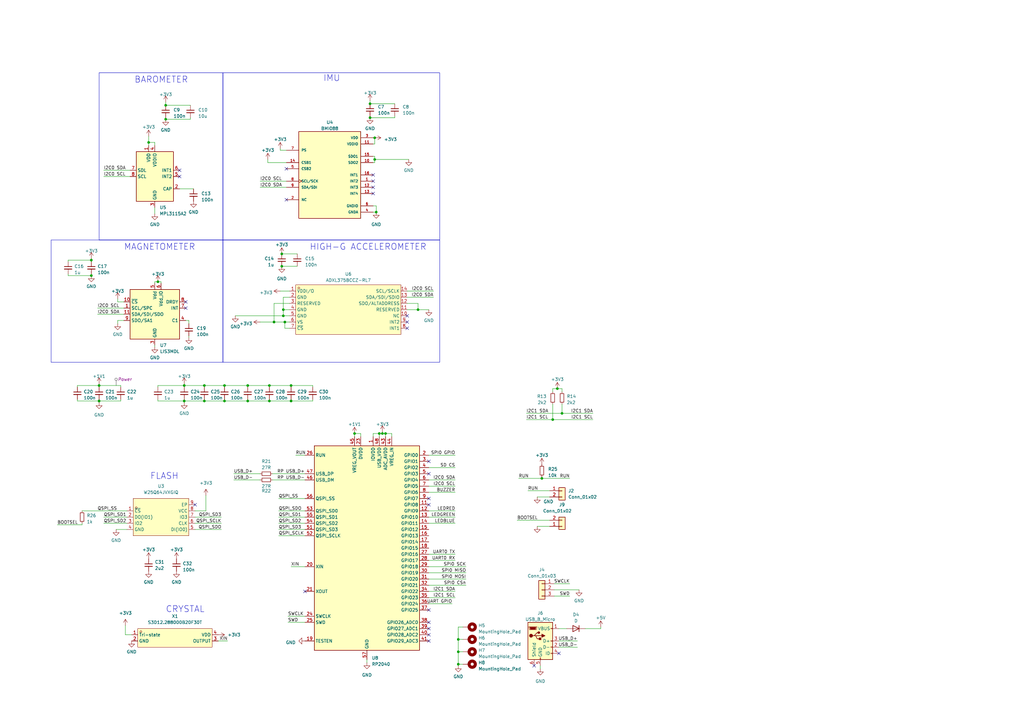
<source format=kicad_sch>
(kicad_sch (version 20230121) (generator eeschema)
  (paper "A3")
  (junction (at 115.57 109.22))
  (junction (at 145.415 177.8))
  (junction (at 37.465 106.68))
  (junction (at 112.395 132.08))
  (junction (at 40.64 158.115))
  (junction (at 60.96 58.42))
  (junction (at 226.695 172.085))
  (junction (at 187.96 267.335))
  (junction (at 101.6 158.115))
  (junction (at 151.765 42.545))
  (junction (at 75.565 164.465))
  (junction (at 67.945 48.895))
  (junction (at 92.075 158.115))
  (junction (at 230.505 169.545))
  (junction (at 75.565 158.115))
  (junction (at 187.96 262.255))
  (junction (at 83.82 158.115))
  (junction (at 153.67 56.515))
  (junction (at 158.115 177.8))
  (junction (at 115.57 104.14))
  (junction (at 151.765 48.26))
  (junction (at 119.38 158.115))
  (junction (at 187.96 272.415))
  (junction (at 67.945 43.18))
  (junction (at 119.38 164.465))
  (junction (at 37.465 113.03))
  (junction (at 228.6 159.385))
  (junction (at 110.49 158.115))
  (junction (at 101.6 164.465))
  (junction (at 92.075 164.465))
  (junction (at 171.45 127))
  (junction (at 153.67 65.405))
  (junction (at 156.845 177.8))
  (junction (at 222.25 196.215))
  (junction (at 155.575 177.8))
  (junction (at 83.82 164.465))
  (junction (at 154.305 86.995))
  (junction (at 116.205 129.54))
  (junction (at 110.49 164.465))
  (junction (at 116.205 127))
  (junction (at 40.64 164.465))
  (junction (at 116.84 132.08))
  (junction (at 64.77 115.57))
  (no_connect (at 175.895 262.89))
  (no_connect (at 117.475 69.215))
  (no_connect (at 153.035 76.835))
  (no_connect (at 153.035 74.295))
  (no_connect (at 73.66 72.39))
  (no_connect (at 125.095 242.57))
  (no_connect (at 80.01 207.01))
  (no_connect (at 167.005 134.62))
  (no_connect (at 175.895 204.47))
  (no_connect (at 175.895 257.81))
  (no_connect (at 117.475 81.915))
  (no_connect (at 175.895 250.19))
  (no_connect (at 175.895 207.01))
  (no_connect (at 229.235 267.97))
  (no_connect (at 175.895 194.31))
  (no_connect (at 153.035 71.755))
  (no_connect (at 76.2 123.825))
  (no_connect (at 219.075 273.05))
  (no_connect (at 76.2 126.365))
  (no_connect (at 175.895 189.23))
  (no_connect (at 175.895 260.35))
  (no_connect (at 175.895 255.27))
  (no_connect (at 153.035 79.375))
  (no_connect (at 167.005 132.08))
  (no_connect (at 73.66 69.85))
  (no_connect (at 167.005 129.54))
  (wire (pts (xy 117.475 76.835) (xy 106.68 76.835)))
  (wire (pts (xy 27.94 106.68) (xy 27.94 107.315)))
  (wire (pts (xy 40.64 157.48) (xy 40.64 158.115)))
  (wire (pts (xy 66.04 115.57) (xy 66.04 116.205)))
  (wire (pts (xy 121.285 186.69) (xy 125.095 186.69)))
  (wire (pts (xy 175.895 199.39) (xy 186.69 199.39)))
  (wire (pts (xy 116.84 134.62) (xy 116.84 132.08)))
  (wire (pts (xy 175.895 212.09) (xy 186.69 212.09)))
  (wire (pts (xy 37.465 106.045) (xy 37.465 106.68)))
  (wire (pts (xy 116.205 129.54) (xy 118.745 129.54)))
  (wire (pts (xy 51.435 260.35) (xy 53.975 260.35)))
  (wire (pts (xy 114.3 209.55) (xy 125.095 209.55)))
  (wire (pts (xy 119.38 164.465) (xy 128.27 164.465)))
  (wire (pts (xy 23.495 215.265) (xy 33.655 215.265)))
  (wire (pts (xy 114.3 219.71) (xy 125.095 219.71)))
  (wire (pts (xy 84.455 203.2) (xy 84.455 209.55)))
  (wire (pts (xy 111.76 196.85) (xy 125.095 196.85)))
  (wire (pts (xy 175.895 186.69) (xy 186.69 186.69)))
  (wire (pts (xy 175.895 196.85) (xy 186.69 196.85)))
  (wire (pts (xy 125.095 232.41) (xy 119.38 232.41)))
  (wire (pts (xy 37.465 106.68) (xy 37.465 107.315)))
  (wire (pts (xy 187.96 257.175) (xy 189.865 257.175)))
  (wire (pts (xy 128.27 158.115) (xy 128.27 158.75)))
  (wire (pts (xy 48.26 122.555) (xy 48.26 123.825)))
  (wire (pts (xy 226.695 159.385) (xy 228.6 159.385)))
  (wire (pts (xy 53.34 69.85) (xy 42.545 69.85)))
  (wire (pts (xy 83.82 164.465) (xy 92.075 164.465)))
  (wire (pts (xy 114.3 214.63) (xy 125.095 214.63)))
  (wire (pts (xy 110.49 164.465) (xy 119.38 164.465)))
  (wire (pts (xy 175.895 214.63) (xy 186.69 214.63)))
  (wire (pts (xy 50.8 126.365) (xy 40.005 126.365)))
  (wire (pts (xy 187.96 262.255) (xy 189.865 262.255)))
  (wire (pts (xy 229.235 262.89) (xy 236.855 262.89)))
  (wire (pts (xy 175.895 209.55) (xy 186.69 209.55)))
  (wire (pts (xy 171.45 127) (xy 171.45 124.46)))
  (wire (pts (xy 229.235 265.43) (xy 236.855 265.43)))
  (wire (pts (xy 118.745 127) (xy 116.205 127)))
  (wire (pts (xy 33.655 209.55) (xy 52.07 209.55)))
  (wire (pts (xy 83.82 158.115) (xy 92.075 158.115)))
  (wire (pts (xy 118.745 124.46) (xy 112.395 124.46)))
  (wire (pts (xy 67.945 43.18) (xy 78.105 43.18)))
  (wire (pts (xy 78.105 48.26) (xy 78.105 48.895)))
  (wire (pts (xy 121.92 104.14) (xy 115.57 104.14)))
  (wire (pts (xy 118.11 255.27) (xy 125.095 255.27)))
  (wire (pts (xy 112.395 124.46) (xy 112.395 132.08)))
  (wire (pts (xy 42.545 214.63) (xy 52.07 214.63)))
  (wire (pts (xy 222.25 196.215) (xy 233.68 196.215)))
  (wire (pts (xy 175.895 232.41) (xy 191.135 232.41)))
  (wire (pts (xy 48.26 132.715) (xy 48.26 131.445)))
  (wire (pts (xy 60.96 58.42) (xy 60.96 59.69)))
  (wire (pts (xy 118.745 121.92) (xy 116.205 121.92)))
  (wire (pts (xy 155.575 177.8) (xy 155.575 179.07)))
  (wire (pts (xy 215.9 169.545) (xy 230.505 169.545)))
  (wire (pts (xy 226.695 172.085) (xy 243.205 172.085)))
  (wire (pts (xy 160.655 177.8) (xy 160.655 179.07)))
  (wire (pts (xy 175.895 242.57) (xy 186.69 242.57)))
  (wire (pts (xy 156.845 177.8) (xy 158.115 177.8)))
  (wire (pts (xy 153.035 179.07) (xy 153.035 177.8)))
  (wire (pts (xy 230.505 169.545) (xy 243.205 169.545)))
  (wire (pts (xy 153.035 56.515) (xy 153.67 56.515)))
  (wire (pts (xy 95.885 194.31) (xy 106.68 194.31)))
  (wire (pts (xy 67.945 48.895) (xy 78.105 48.895)))
  (wire (pts (xy 101.6 164.465) (xy 101.6 163.83)))
  (wire (pts (xy 226.695 165.735) (xy 226.695 172.085)))
  (wire (pts (xy 64.77 115.57) (xy 63.5 115.57)))
  (wire (pts (xy 114.935 119.38) (xy 118.745 119.38)))
  (wire (pts (xy 175.895 245.11) (xy 186.69 245.11)))
  (wire (pts (xy 175.895 229.87) (xy 186.69 229.87)))
  (wire (pts (xy 75.565 164.465) (xy 75.565 163.83)))
  (wire (pts (xy 37.465 112.395) (xy 37.465 113.03)))
  (wire (pts (xy 75.565 158.115) (xy 83.82 158.115)))
  (wire (pts (xy 51.435 256.54) (xy 51.435 260.35)))
  (wire (pts (xy 40.64 158.115) (xy 40.64 158.75)))
  (wire (pts (xy 230.505 159.385) (xy 230.505 160.655)))
  (wire (pts (xy 145.415 177.8) (xy 145.415 179.07)))
  (wire (pts (xy 106.68 132.08) (xy 112.395 132.08)))
  (wire (pts (xy 118.11 252.73) (xy 125.095 252.73)))
  (wire (pts (xy 96.52 129.54) (xy 116.205 129.54)))
  (wire (pts (xy 67.945 41.91) (xy 67.945 43.18)))
  (wire (pts (xy 114.3 217.17) (xy 125.095 217.17)))
  (wire (pts (xy 151.765 41.275) (xy 151.765 42.545)))
  (wire (pts (xy 145.415 177.8) (xy 147.955 177.8)))
  (wire (pts (xy 31.75 164.465) (xy 31.75 163.83)))
  (wire (pts (xy 111.76 194.31) (xy 125.095 194.31)))
  (wire (pts (xy 153.035 84.455) (xy 154.305 84.455)))
  (wire (pts (xy 50.8 128.905) (xy 40.005 128.905)))
  (wire (pts (xy 53.34 72.39) (xy 42.545 72.39)))
  (wire (pts (xy 64.77 158.115) (xy 75.565 158.115)))
  (wire (pts (xy 153.035 66.675) (xy 153.67 66.675)))
  (wire (pts (xy 116.205 121.92) (xy 116.205 127)))
  (wire (pts (xy 42.545 212.09) (xy 52.07 212.09)))
  (wire (pts (xy 171.45 127) (xy 175.895 127)))
  (wire (pts (xy 64.77 158.115) (xy 64.77 158.75)))
  (wire (pts (xy 31.75 164.465) (xy 40.64 164.465)))
  (wire (pts (xy 151.765 48.26) (xy 161.925 48.26)))
  (wire (pts (xy 225.425 215.9) (xy 220.345 215.9)))
  (wire (pts (xy 119.38 164.465) (xy 119.38 163.83)))
  (wire (pts (xy 93.345 262.89) (xy 89.535 262.89)))
  (wire (pts (xy 37.465 113.03) (xy 27.94 113.03)))
  (wire (pts (xy 119.38 158.115) (xy 128.27 158.115)))
  (wire (pts (xy 153.035 59.055) (xy 153.67 59.055)))
  (wire (pts (xy 60.96 55.88) (xy 60.96 58.42)))
  (wire (pts (xy 49.53 158.115) (xy 49.53 158.75)))
  (wire (pts (xy 153.035 64.135) (xy 153.67 64.135)))
  (wire (pts (xy 187.96 262.255) (xy 187.96 257.175)))
  (wire (pts (xy 156.845 177.165) (xy 156.845 177.8)))
  (wire (pts (xy 80.01 217.17) (xy 90.805 217.17)))
  (wire (pts (xy 116.84 132.08) (xy 118.745 132.08)))
  (wire (pts (xy 92.075 164.465) (xy 101.6 164.465)))
  (wire (pts (xy 40.64 158.115) (xy 49.53 158.115)))
  (wire (pts (xy 75.565 157.48) (xy 75.565 158.115)))
  (wire (pts (xy 246.38 257.81) (xy 240.03 257.81)))
  (wire (pts (xy 246.38 257.81) (xy 246.38 257.175)))
  (wire (pts (xy 49.53 164.465) (xy 49.53 163.83)))
  (wire (pts (xy 101.6 158.115) (xy 101.6 158.75)))
  (wire (pts (xy 40.64 164.465) (xy 40.64 163.83)))
  (wire (pts (xy 153.67 65.405) (xy 153.67 66.675)))
  (wire (pts (xy 109.855 65.405) (xy 109.855 66.675)))
  (wire (pts (xy 227.33 241.935) (xy 237.49 241.935)))
  (wire (pts (xy 228.6 159.385) (xy 230.505 159.385)))
  (wire (pts (xy 116.205 127) (xy 116.205 129.54)))
  (wire (pts (xy 31.75 158.115) (xy 40.64 158.115)))
  (wire (pts (xy 84.455 209.55) (xy 80.01 209.55)))
  (wire (pts (xy 167.005 119.38) (xy 177.8 119.38)))
  (wire (pts (xy 158.115 177.8) (xy 158.115 179.07)))
  (wire (pts (xy 33.655 215.265) (xy 33.655 214.63)))
  (wire (pts (xy 27.94 106.68) (xy 37.465 106.68)))
  (wire (pts (xy 155.575 177.8) (xy 156.845 177.8)))
  (wire (pts (xy 167.64 65.405) (xy 153.67 65.405)))
  (wire (pts (xy 158.115 177.8) (xy 160.655 177.8)))
  (wire (pts (xy 187.96 267.335) (xy 189.865 267.335)))
  (wire (pts (xy 119.38 158.115) (xy 119.38 158.75)))
  (wire (pts (xy 187.96 272.415) (xy 189.865 272.415)))
  (wire (pts (xy 73.66 77.47) (xy 79.375 77.47)))
  (wire (pts (xy 31.75 158.115) (xy 31.75 158.75)))
  (wire (pts (xy 117.475 74.295) (xy 106.68 74.295)))
  (wire (pts (xy 109.855 66.675) (xy 117.475 66.675)))
  (wire (pts (xy 114.3 204.47) (xy 125.095 204.47)))
  (wire (pts (xy 150.495 271.78) (xy 150.495 270.51)))
  (wire (pts (xy 227.33 244.475) (xy 233.68 244.475)))
  (wire (pts (xy 80.01 214.63) (xy 90.805 214.63)))
  (wire (pts (xy 27.94 112.395) (xy 27.94 113.03)))
  (wire (pts (xy 77.47 131.445) (xy 77.47 132.715)))
  (wire (pts (xy 227.33 239.395) (xy 233.68 239.395)))
  (wire (pts (xy 151.765 42.545) (xy 161.925 42.545)))
  (wire (pts (xy 114.935 61.595) (xy 114.935 60.96)))
  (wire (pts (xy 63.5 115.57) (xy 63.5 116.205)))
  (wire (pts (xy 114.3 212.09) (xy 125.095 212.09)))
  (wire (pts (xy 225.425 213.36) (xy 212.09 213.36)))
  (wire (pts (xy 161.925 47.625) (xy 161.925 48.26)))
  (wire (pts (xy 153.035 86.995) (xy 154.305 86.995)))
  (wire (pts (xy 187.96 273.05) (xy 187.96 272.415)))
  (wire (pts (xy 216.535 201.295) (xy 225.425 201.295)))
  (wire (pts (xy 95.885 196.85) (xy 106.68 196.85)))
  (wire (pts (xy 40.64 164.465) (xy 49.53 164.465)))
  (wire (pts (xy 114.935 61.595) (xy 117.475 61.595)))
  (wire (pts (xy 112.395 132.08) (xy 116.84 132.08)))
  (wire (pts (xy 226.695 159.385) (xy 226.695 160.655)))
  (wire (pts (xy 187.96 272.415) (xy 187.96 267.335)))
  (wire (pts (xy 153.67 64.135) (xy 153.67 65.405)))
  (wire (pts (xy 77.47 137.795) (xy 77.47 138.43)))
  (wire (pts (xy 63.5 58.42) (xy 60.96 58.42)))
  (wire (pts (xy 110.49 158.115) (xy 110.49 158.75)))
  (wire (pts (xy 64.77 164.465) (xy 64.77 163.83)))
  (wire (pts (xy 187.96 267.335) (xy 187.96 262.255)))
  (wire (pts (xy 63.5 141.605) (xy 63.5 142.24)))
  (wire (pts (xy 167.005 124.46) (xy 171.45 124.46)))
  (wire (pts (xy 48.26 131.445) (xy 50.8 131.445)))
  (wire (pts (xy 147.955 177.8) (xy 147.955 179.07)))
  (wire (pts (xy 92.075 164.465) (xy 92.075 163.83)))
  (wire (pts (xy 92.075 158.115) (xy 92.075 158.75)))
  (wire (pts (xy 76.2 131.445) (xy 77.47 131.445)))
  (wire (pts (xy 63.5 59.69) (xy 63.5 58.42)))
  (wire (pts (xy 110.49 158.115) (xy 119.38 158.115)))
  (wire (pts (xy 221.615 273.05) (xy 221.615 274.32)))
  (wire (pts (xy 40.64 164.465) (xy 40.64 165.1)))
  (wire (pts (xy 75.565 158.115) (xy 75.565 158.75)))
  (wire (pts (xy 222.25 195.58) (xy 222.25 196.215)))
  (wire (pts (xy 175.895 227.33) (xy 186.69 227.33)))
  (wire (pts (xy 75.565 164.465) (xy 75.565 165.1)))
  (wire (pts (xy 110.49 164.465) (xy 110.49 163.83)))
  (wire (pts (xy 67.945 48.26) (xy 67.945 48.895)))
  (wire (pts (xy 118.745 134.62) (xy 116.84 134.62)))
  (wire (pts (xy 175.895 234.95) (xy 191.135 234.95)))
  (wire (pts (xy 128.27 164.465) (xy 128.27 163.83)))
  (wire (pts (xy 63.5 87.63) (xy 63.5 85.09)))
  (wire (pts (xy 47.625 217.17) (xy 52.07 217.17)))
  (wire (pts (xy 153.67 59.055) (xy 153.67 56.515)))
  (wire (pts (xy 175.895 201.93) (xy 186.69 201.93)))
  (wire (pts (xy 175.895 240.03) (xy 191.135 240.03)))
  (wire (pts (xy 154.305 84.455) (xy 154.305 86.995)))
  (wire (pts (xy 229.235 257.81) (xy 232.41 257.81)))
  (wire (pts (xy 83.82 158.115) (xy 83.82 158.75)))
  (wire (pts (xy 92.075 158.115) (xy 101.6 158.115)))
  (wire (pts (xy 48.26 123.825) (xy 50.8 123.825)))
  (wire (pts (xy 215.9 172.085) (xy 226.695 172.085)))
  (wire (pts (xy 220.345 203.835) (xy 225.425 203.835)))
  (wire (pts (xy 167.005 121.92) (xy 177.8 121.92)))
  (wire (pts (xy 153.035 177.8) (xy 155.575 177.8)))
  (wire (pts (xy 151.765 47.625) (xy 151.765 48.26)))
  (wire (pts (xy 167.005 127) (xy 171.45 127)))
  (wire (pts (xy 101.6 164.465) (xy 110.49 164.465)))
  (wire (pts (xy 75.565 164.465) (xy 64.77 164.465)))
  (wire (pts (xy 121.92 109.22) (xy 115.57 109.22)))
  (wire (pts (xy 185.42 247.65) (xy 175.895 247.65)))
  (wire (pts (xy 230.505 165.735) (xy 230.505 169.545)))
  (wire (pts (xy 83.82 164.465) (xy 83.82 163.83)))
  (wire (pts (xy 75.565 164.465) (xy 83.82 164.465)))
  (wire (pts (xy 80.01 212.09) (xy 90.805 212.09)))
  (wire (pts (xy 186.69 191.77) (xy 175.895 191.77)))
  (wire (pts (xy 212.725 196.215) (xy 222.25 196.215)))
  (wire (pts (xy 101.6 158.115) (xy 110.49 158.115)))
  (wire (pts (xy 191.135 237.49) (xy 175.895 237.49)))
  (wire (pts (xy 64.77 115.57) (xy 66.04 115.57)))
  (rectangle (start 91.44 29.845) (end 180.34 98.425))
  (rectangle (start 91.44 98.425) (end 180.34 148.59))
  (rectangle (start 20.955 98.425) (end 91.44 148.59))
  (rectangle (start 40.64 29.845) (end 91.44 98.425))
  (text "HIGH-G ACCELEROMETER" (at 127 102.87 0) (effects (font (size 2.54 2.54)) (justify left bottom)))
  (text "CRYSTAL" (at 67.945 251.46 0) (effects (font (size 2.54 2.54)) (justify left bottom)))
  (text "FLASH" (at 61.595 196.85 0) (effects (font (size 2.54 2.54)) (justify left bottom)))
  (text "IMU" (at 132.574 33.6463 0) (effects (font (size 2.54 2.54)) (justify left bottom)))
  (text "MAGNETOMETER" (at 50.8 102.87 0) (effects (font (size 2.54 2.54)) (justify left bottom)))
  (text "BAROMETER" (at 55.104 34.2813 0) (effects (font (size 2.54 2.54)) (justify left bottom)))
  (label "I2C0 SCL" (at 177.8 119.38 180))
  (label "QSPI_SD1" (at 114.3 212.09 0))
  (label "SD CS" (at 186.69 191.77 180))
  (label "SPI0 SCK" (at 191.135 232.41 180))
  (label "I2C0 SDA" (at 177.8 121.92 180))
  (label "I2C1 SDA" (at 186.69 242.57 180))
  (label "SWD" (at 233.68 244.475 180))
  (label "I2C1 SDA" (at 243.205 169.545 180))
  (label "USB_D-" (at 236.855 265.43 180))
  (label "I2C1 SCL" (at 186.69 245.11 180))
  (label "I2C0 SCL" (at 186.69 199.39 180))
  (label "QSPI_SDO" (at 90.805 217.17 180))
  (label "RUN" (at 233.68 196.215 180))
  (label "RP USB_D-" (at 113.665 196.85 0))
  (label "QSPI_SD2" (at 42.545 214.63 0))
  (label "SWCLK" (at 233.68 239.395 180))
  (label "SWCLK" (at 118.11 252.73 0))
  (label "UART GPIO" (at 185.42 247.65 180))
  (label "BOOTSEL" (at 23.495 215.265 0))
  (label "XIN" (at 93.345 262.89 180))
  (label "QSPI_SS" (at 40.005 209.55 0))
  (label "RUN" (at 216.535 201.295 0))
  (label "SPI0 MOSI" (at 191.135 237.49 180))
  (label "RUN" (at 212.725 196.215 0))
  (label "I2C0 SCL" (at 40.005 126.365 0))
  (label "SPI0 CSn" (at 191.135 240.03 180))
  (label "I2C0 SDA" (at 40.005 128.905 0))
  (label "QSPI_SCLK" (at 90.805 214.63 180))
  (label "I2C1 SCL" (at 243.205 172.085 180))
  (label "LEDBLUE" (at 186.69 214.63 180))
  (label "I2C0 SDA" (at 106.68 76.835 0))
  (label "XIN" (at 119.38 232.41 0))
  (label "QSPI_SD1" (at 42.545 212.09 0))
  (label "I2C0 SCL" (at 42.545 72.39 0))
  (label "I2C0 SDA" (at 186.69 196.85 180))
  (label "SPI0 MISO" (at 191.135 234.95 180))
  (label "UART0 TX" (at 186.69 227.33 180))
  (label "RP USB_D+" (at 113.665 194.31 0))
  (label "SWD" (at 118.11 255.27 0))
  (label "I2C1 SDA" (at 215.9 169.545 0))
  (label "LEDGREEN" (at 186.69 212.09 180))
  (label "BOOTSEL" (at 212.09 213.36 0))
  (label "QSPI_SS" (at 114.3 204.47 0))
  (label "I2C1 SCL" (at 215.9 172.085 0))
  (label "QSPI_SCLK" (at 114.3 219.71 0))
  (label "QSPI_SDO" (at 114.3 209.55 0))
  (label "USB_D+" (at 95.885 194.31 0))
  (label "LEDRED" (at 186.69 209.55 180))
  (label "USB_D+" (at 236.855 262.89 180))
  (label "I2C0 SDA" (at 42.545 69.85 0))
  (label "RUN" (at 121.285 186.69 0))
  (label "SPI0 GPIO" (at 186.69 186.69 180))
  (label "USB_D-" (at 95.885 196.85 0))
  (label "QSPI_SD2" (at 114.3 214.63 0))
  (label "I2C0 SCL" (at 106.68 74.295 0))
  (label "BUZZER" (at 186.69 201.93 180))
  (label "QSPI_SD3" (at 114.3 217.17 0))
  (label "UART0 RX" (at 186.69 229.87 180))
  (label "QSPI_SD3" (at 90.805 212.09 180))
  (netclass_flag "" (length 2.54) (shape round) (at 47.625 158.115 0) (property "Netclass" "Power" (at 48.3235 155.575 0) (effects (font italic) (justify left))))
  (symbol (lib_id "power:+3V3") (at 106.68 132.08 90) (unit 1)
    (property "Reference" "#PWR047" (effects hide))
    (property "Value" "+3V3" (at 103.505 132.715 90) (effects (justify left)))
    (instances (project "Lyrav3" (path "" (reference "#PWR047") (unit 1)) (path "" (reference "#PWR054") (unit 1))))
  )
  (symbol (lib_id "Device:C_Small") (at 77.47 135.255 0) (unit 1)
    (property "Reference" "C19" (at 80.645 134.6263 0) (effects (justify left)))
    (property "Value" "100n" (at 80.645 137.1663 0) (effects (justify left)))
    (property "Footprint" "Capacitor_SMD:C_0402_1005Metric" (effects hide))
    (instances (project "Lyrav3" (path "" (reference "C19") (unit 1)) (path "" (reference "C19") (unit 1))) (project "Lyra V2" (path "" (reference "C12") (unit 1))))
  )
  (symbol (lib_id "Device:C_Small") (at 92.075 161.29 0) (unit 1)
    (property "Reference" "C26" (at 94.615 160.6613 0) (effects (justify left)))
    (property "Value" "100n" (at 94.615 163.195 0) (effects (justify left)))
    (property "Footprint" "Capacitor_SMD:C_0402_1005Metric" (effects hide))
    (instances (project "Lyrav3" (path "" (reference "C26") (unit 1)) (path "" (reference "C23") (unit 1))) (project "Lyra V2" (path "" (reference "C24") (unit 1))))
  )
  (symbol (lib_id "power:+3V3") (at 156.845 177.165 0) (unit 1)
    (property "Reference" "#PWR064" (effects hide))
    (property "Value" "+3V3" (at 156.845 173.99 0))
    (instances (project "Lyrav3" (path "" (reference "#PWR064") (unit 1)) (path "" (reference "#PWR085") (unit 1))) (project "Lyra V2" (path "" (reference "#PWR093") (unit 1))))
  )
  (symbol (lib_id "Device:C_Small") (at 64.77 161.29 0) (unit 1)
    (property "Reference" "C23" (at 67.31 160.6613 0) (effects (justify left)))
    (property "Value" "1u" (at 67.31 163.2013 0) (effects (justify left)))
    (property "Footprint" "Capacitor_SMD:C_0402_1005Metric" (effects hide))
    (instances (project "Lyrav3" (path "" (reference "C23") (unit 1)) (path "" (reference "C15") (unit 1))) (project "Lyra V2" (path "" (reference "C21") (unit 1))))
  )
  (symbol (lib_id "Device:C_Small") (at 161.925 45.085 0) (unit 1)
    (property "Reference" "C8" (at 165.1 43.8213 0) (effects (justify left)))
    (property "Value" "100n" (at 165.1 46.3613 0) (effects (justify left)))
    (property "Footprint" "Capacitor_SMD:C_0402_1005Metric" (effects hide))
    (instances (project "Lyrav3" (path "" (reference "C8") (unit 1)) (path "" (reference "C31") (unit 1))) (project "Lyra V2" (path "" (reference "C28") (unit 1))))
  )
  (symbol (lib_id "power:GND") (at 37.465 113.03 0) (unit 1)
    (property "Reference" "#PWR039" (effects hide))
    (property "Value" "GND" (at 37.465 117.475 0))
    (instances (project "Lyrav3" (path "" (reference "#PWR039") (unit 1)) (path "" (reference "#PWR013") (unit 1))) (project "Lyra V2" (path "" (reference "#PWR061") (unit 1))))
  )
  (symbol (lib_id "power:+3V3") (at 60.96 55.88 0) (unit 1)
    (property "Reference" "#PWR022" (effects hide))
    (property "Value" "+3V3" (at 60.96 52.07 0))
    (instances (project "Lyrav3" (path "" (reference "#PWR022") (unit 1)) (path "" (reference "#PWR033") (unit 1))) (project "Lyra V2" (path "" (reference "#PWR080") (unit 1))))
  )
  (symbol (lib_id "power:GND") (at 150.495 271.78 0) (unit 1)
    (property "Reference" "#PWR086" (effects hide))
    (property "Value" "GND" (at 150.495 276.86 0))
    (instances (project "Lyrav3" (path "" (reference "#PWR086") (unit 1)) (path "" (reference "#PWR074") (unit 1))) (project "Lyra V2" (path "" (reference "#PWR092") (unit 1))))
  )
  (symbol (lib_id "power:GND") (at 220.345 203.835 0) (unit 1)
    (property "Reference" "#PWR076" (effects hide))
    (property "Value" "GND" (at 222.885 205.74 0) (effects (justify left)))
    (instances (project "Lyrav3" (path "" (reference "#PWR076") (unit 1)) (path "" (reference "#PWR091") (unit 1))) (project "Lyra V2" (path "" (reference "#PWR027") (unit 1))))
  )
  (symbol (lib_id "power:GND") (at 237.49 241.935 0) (unit 1)
    (property "Reference" "#PWR079" (effects hide))
    (property "Value" "GND" (at 237.49 246.38 0))
    (instances (project "Lyrav3" (path "" (reference "#PWR079") (unit 1)) (path "" (reference "#PWR096") (unit 1))) (project "Lyra V2" (path "" (reference "#PWR066") (unit 1))))
  )
  (symbol (lib_id "power:+3V3") (at 89.535 260.35 270) (unit 1)
    (property "Reference" "#PWR074" (effects hide))
    (property "Value" "+3V3" (at 93.345 260.35 90) (effects (justify left)))
    (instances (project "Lyrav3" (path "" (reference "#PWR074") (unit 1)) (path "" (reference "#PWR050") (unit 1))) (project "Lyra V2" (path "" (reference "#PWR072") (unit 1))))
  )
  (symbol (lib_id "power:+3V3") (at 51.435 256.54 0) (unit 1)
    (property "Reference" "#PWR072" (effects hide))
    (property "Value" "+3V3" (at 51.435 251.46 0))
    (instances (project "Lyrav3" (path "" (reference "#PWR072") (unit 1)) (path "" (reference "#PWR029") (unit 1))) (project "Lyra V2" (path "" (reference "#PWR072") (unit 1))))
  )
  (symbol (lib_id "power:+3V3") (at 153.67 56.515 270) (unit 1)
    (property "Reference" "#PWR023" (effects hide))
    (property "Value" "+3V3" (at 157.48 57.15 90) (effects (justify left)))
    (instances (project "Lyrav3" (path "" (reference "#PWR023") (unit 1)) (path "" (reference "#PWR079") (unit 1))) (project "Lyra V2" (path "" (reference "#PWR096") (unit 1))))
  )
  (symbol (lib_id "Device:C_Small") (at 49.53 161.29 0) (unit 1)
    (property "Reference" "C22" (at 52.07 160.6613 0) (effects (justify left)))
    (property "Value" "1u" (at 52.07 163.2013 0) (effects (justify left)))
    (property "Footprint" "Capacitor_SMD:C_0402_1005Metric" (effects hide))
    (instances (project "Lyrav3" (path "" (reference "C22") (unit 1)) (path "" (reference "C13") (unit 1))) (project "Lyra V2" (path "" (reference "C20") (unit 1))))
  )
  (symbol (lib_id "Connector_Generic:Conn_01x02") (at 230.505 215.9 0) (mirror x) (unit 1) (in_bom no)
    (property "Reference" "J9" (at 230.505 207.01 0))
    (property "Value" "Conn_01x02" (at 228.6 209.55 0))
    (property "Footprint" "Jumper:SolderJumper-2_P1.3mm_Open_RoundedPad1.0x1.5mm" (effects hide))
    (instances (project "Lyrav3" (path "" (reference "J9") (unit 1)) (path "" (reference "J6") (unit 1))))
  )
  (symbol (lib_id "Device:R_Small") (at 222.25 193.04 0) (mirror y) (unit 1)
    (property "Reference" "R25" (at 224.79 192.405 0) (effects (justify right)))
    (property "Value" "10k" (at 224.79 194.945 0) (effects (justify right)))
    (property "Footprint" "Resistor_SMD:R_0402_1005Metric" (effects hide))
    (property "LCSC Part" "C375970" (effects hide))
    (instances (project "Lyrav3" (path "" (reference "R25") (unit 1)) (path "" (reference "R22") (unit 1))) (project "Lyra V2" (path "" (reference "R19") (unit 1))))
  )
  (symbol (lib_id "power:GND") (at 77.47 138.43 0) (unit 1)
    (property "Reference" "#PWR049" (effects hide))
    (property "Value" "GND" (at 77.47 142.875 0))
    (instances (project "Lyrav3" (path "" (reference "#PWR049") (unit 1)) (path "" (reference "#PWR047") (unit 1))) (project "Lyra V2" (path "" (reference "#PWR062") (unit 1))))
  )
  (symbol (lib_id "Connector_Generic:Conn_01x02") (at 230.505 201.295 0) (unit 1)
    (property "Reference" "J2" (at 233.045 201.295 0) (effects (justify left)))
    (property "Value" "Conn_01x02" (at 233.045 203.835 0) (effects (justify left)))
    (property "Footprint" "Jumper:SolderJumper-2_P1.3mm_Open_RoundedPad1.0x1.5mm" (effects hide))
    (instances (project "Lyrav3" (path "" (reference "J2") (unit 1)) (path "" (reference "J5") (unit 1))))
  )
  (symbol (lib_id "power:GND") (at 175.895 127 0) (unit 1)
    (property "Reference" "#PWR044" (effects hide))
    (property "Value" "GND" (at 175.895 131.445 0))
    (instances (project "Lyrav3" (path "" (reference "#PWR044") (unit 1)) (path "" (reference "#PWR088") (unit 1))))
  )
  (symbol (lib_id "Device:C_Small") (at 31.75 161.29 0) (unit 1)
    (property "Reference" "C20" (at 34.29 160.6613 0) (effects (justify left)))
    (property "Value" "100n" (at 34.29 163.2013 0) (effects (justify left)))
    (property "Footprint" "Capacitor_SMD:C_0402_1005Metric" (effects hide))
    (instances (project "Lyrav3" (path "" (reference "C20") (unit 1)) (path "" (reference "C8") (unit 1))) (project "Lyra V2" (path "" (reference "C15") (unit 1))))
  )
  (symbol (lib_id "power:+3V3") (at 64.77 115.57 0) (unit 1)
    (property "Reference" "#PWR040" (effects hide))
    (property "Value" "+3V3" (at 64.77 112.395 0))
    (instances (project "Lyrav3" (path "" (reference "#PWR040") (unit 1)) (path "" (reference "#PWR038") (unit 1))) (project "Lyra V2" (path "" (reference "#PWR052") (unit 1))))
  )
  (symbol (lib_id "power:GND") (at 72.39 234.315 0) (unit 1)
    (property "Reference" "#PWR099" (effects hide))
    (property "Value" "GND" (at 72.39 238.76 0))
    (instances (project "Lyrav3" (path "" (reference "#PWR099") (unit 1)) (path "" (reference "#PWR043") (unit 1))) (project "Lyra V2" (path "" (reference "#PWR085") (unit 1))))
  )
  (symbol (lib_id "power:GND") (at 125.095 262.89 270) (unit 1)
    (property "Reference" "#PWR082" (effects hide))
    (property "Value" "GND" (at 121.285 263.525 90) (effects (justify right)))
    (instances (project "Lyrav3" (path "" (reference "#PWR082") (unit 1)) (path "" (reference "#PWR069") (unit 1))) (project "Lyra V2" (path "" (reference "#PWR086") (unit 1))))
  )
  (symbol (lib_id "Device:R_Small") (at 109.22 196.85 270) (unit 1)
    (property "Reference" "R22" (at 109.22 201.295 90))
    (property "Value" "27R" (at 109.22 199.39 90))
    (property "Footprint" "Resistor_SMD:R_0402_1005Metric" (effects hide))
    (property "LCSC Part" "C2909343" (effects hide))
    (instances (project "Lyrav3" (path "" (reference "R22") (unit 1)) (path "" (reference "R21") (unit 1))) (project "Lyra V2" (path "" (reference "R16") (unit 1))))
  )
  (symbol (lib_id "power:GND") (at 48.26 132.715 0) (unit 1)
    (property "Reference" "#PWR048" (effects hide))
    (property "Value" "GND" (at 48.26 137.16 0))
    (instances (project "Lyrav3" (path "" (reference "#PWR048") (unit 1)) (path "" (reference "#PWR026") (unit 1))) (project "Lyra V2" (path "" (reference "#PWR050") (unit 1))))
  )
  (symbol (lib_id "Device:R_Small") (at 33.655 212.09 0) (unit 1)
    (property "Reference" "R26" (at 35.56 211.455 0) (effects (justify left)))
    (property "Value" "1k" (at 35.56 213.995 0) (effects (justify left)))
    (property "Footprint" "Resistor_SMD:R_0402_1005Metric" (effects hide))
    (instances (project "Lyrav3" (path "" (reference "R26") (unit 1)) (path "" (reference "R13") (unit 1))) (project "Lyra V2" (path "" (reference "R13") (unit 1))))
  )
  (symbol (lib_id "power:+3V3") (at 60.96 229.235 0) (unit 1)
    (property "Reference" "#PWR095" (effects hide))
    (property "Value" "+3V3" (at 60.96 225.425 0))
    (instances (project "Lyrav3" (path "" (reference "#PWR095") (unit 1)) (path "" (reference "#PWR034") (unit 1))) (project "Lyra V2" (path "" (reference "#PWR084") (unit 1))))
  )
  (symbol (lib_id "power:GND") (at 151.765 48.26 0) (unit 1)
    (property "Reference" "#PWR015" (effects hide))
    (property "Value" "GND" (at 151.765 52.705 0))
    (instances (project "Lyrav3" (path "" (reference "#PWR015") (unit 1)) (path "" (reference "#PWR076") (unit 1))) (project "Lyra V2" (path "" (reference "#PWR095") (unit 1))))
  )
  (symbol (lib_id "power:+3V3") (at 37.465 106.045 0) (unit 1)
    (property "Reference" "#PWR037" (effects hide))
    (property "Value" "+3V3" (at 37.465 102.87 0))
    (instances (project "Lyrav3" (path "" (reference "#PWR037") (unit 1)) (path "" (reference "#PWR012") (unit 1))) (project "Lyra V2" (path "" (reference "#PWR060") (unit 1))))
  )
  (symbol (lib_id "power:+3V3") (at 72.39 229.235 0) (unit 1)
    (property "Reference" "#PWR096" (effects hide))
    (property "Value" "+3V3" (at 72.39 225.425 0))
    (instances (project "Lyrav3" (path "" (reference "#PWR096") (unit 1)) (path "" (reference "#PWR042") (unit 1))) (project "Lyra V2" (path "" (reference "#PWR084") (unit 1))))
  )
  (symbol (lib_id "power:+3V3") (at 151.765 41.275 0) (unit 1)
    (property "Reference" "#PWR012" (effects hide))
    (property "Value" "+3V3" (at 151.765 38.1 0))
    (instances (project "Lyrav3" (path "" (reference "#PWR012") (unit 1)) (path "" (reference "#PWR075") (unit 1))) (project "Lyra V2" (path "" (reference "#PWR094") (unit 1))))
  )
  (symbol (lib_id "Device:C_Small") (at 128.27 161.29 0) (unit 1)
    (property "Reference" "C30" (at 130.81 160.6613 0) (effects (justify left)))
    (property "Value" "100n" (at 130.81 163.2013 0) (effects (justify left)))
    (property "Footprint" "Capacitor_SMD:C_0402_1005Metric" (effects hide))
    (instances (project "Lyrav3" (path "" (reference "C30") (unit 1)) (path "" (reference "C29") (unit 1))) (project "Lyra V2" (path "" (reference "C30") (unit 1))))
  )
  (symbol (lib_id "MCU_RaspberryPi:RP2040") (at 150.495 224.79 0) (unit 1)
    (property "Reference" "U8" (at 152.4509 269.875 0) (effects (justify left)))
    (property "Value" "RP2040" (at 152.4509 272.415 0) (effects (justify left)))
    (property "Footprint" "Package_DFN_QFN:QFN-56-1EP_7x7mm_P0.4mm_EP3.2x3.2mm" (effects hide))
    (property "Datasheet" "https://datasheets.raspberrypi.com/rp2040/rp2040-datasheet.pdf" (effects hide))
    (property "LCSC Part" "C2040" (effects hide))
    (instances (project "Lyrav3" (path "" (reference "U8") (unit 1)) (path "" (reference "U8") (unit 1))) (project "Lyra V2" (path "" (reference "U6") (unit 1))))
  )
  (symbol (lib_id "power:+3V3") (at 48.26 122.555 0) (unit 1)
    (property "Reference" "#PWR043" (effects hide))
    (property "Value" "+3V3" (at 48.26 119.38 0))
    (instances (project "Lyrav3" (path "" (reference "#PWR043") (unit 1)) (path "" (reference "#PWR023") (unit 1))) (project "Lyra V2" (path "" (reference "#PWR049") (unit 1))))
  )
  (symbol (lib_id "power:+3V3") (at 75.565 157.48 0) (unit 1)
    (property "Reference" "#PWR054" (effects hide))
    (property "Value" "+3V3" (at 75.565 154.305 0))
    (instances (project "Lyrav3" (path "" (reference "#PWR054") (unit 1)) (path "" (reference "#PWR044") (unit 1))) (project "Lyra V2" (path "" (reference "#PWR089") (unit 1))))
  )
  (symbol (lib_id "power:+3V3") (at 114.935 60.96 0) (unit 1)
    (property "Reference" "#PWR026" (effects hide))
    (property "Value" "+3V3" (at 114.935 57.15 0))
    (instances (project "Lyrav3" (path "" (reference "#PWR026") (unit 1)) (path "" (reference "#PWR059") (unit 1))) (project "Lyra V2" (path "" (reference "#PWR088") (unit 1))))
  )
  (symbol (lib_id "Device:C_Small") (at 67.945 45.72 0) (unit 1)
    (property "Reference" "C9" (at 71.12 45.0913 0) (effects (justify left)))
    (property "Value" "100n" (at 71.12 47.6313 0) (effects (justify left)))
    (property "Footprint" "Capacitor_SMD:C_0402_1005Metric" (effects hide))
    (instances (project "Lyrav3" (path "" (reference "C9") (unit 1)) (path "" (reference "C16") (unit 1))) (project "Lyra V2" (path "" (reference "C16") (unit 1))))
  )
  (symbol (lib_id "power:GND") (at 60.96 234.315 0) (unit 1)
    (property "Reference" "#PWR098" (effects hide))
    (property "Value" "GND" (at 60.96 238.76 0))
    (instances (project "Lyrav3" (path "" (reference "#PWR098") (unit 1)) (path "" (reference "#PWR035") (unit 1))) (project "Lyra V2" (path "" (reference "#PWR085") (unit 1))))
  )
  (symbol (lib_id "Device:R_Small") (at 230.505 163.195 0) (mirror y) (unit 1)
    (property "Reference" "R14" (at 232.41 162.56 0) (effects (justify right)))
    (property "Value" "2k2" (at 232.41 165.1 0) (effects (justify right)))
    (property "Footprint" "Resistor_SMD:R_0402_1005Metric" (effects hide))
    (property "LCSC Part" " C163447 " (effects hide))
    (instances (project "Lyrav3" (path "" (reference "R14") (unit 1)) (path "" (reference "R26") (unit 1))) (project "Lyra V2" (path "" (reference "R18") (unit 1))))
  )
  (symbol (lib_id "Mechanical:MountingHole_Pad") (at 192.405 272.415 270) (unit 1)
    (property "Reference" "H8" (at 196.215 271.78 90) (effects (justify left)))
    (property "Value" "MountingHole_Pad" (at 196.215 274.32 90) (effects (justify left)))
    (property "Footprint" "MountingHole:MountingHole_3.2mm_M3_DIN965_Pad" (effects hide))
    (instances (project "Lyrav3" (path "" (reference "H8") (unit 1)) (path "" (reference "H4") (unit 1))) (project "Lyra V2" (path "" (reference "H4") (unit 1))))
  )
  (symbol (lib_id "power:GND") (at 63.5 142.24 0) (unit 1)
    (property "Reference" "#PWR050" (effects hide))
    (property "Value" "GND" (at 63.5 146.685 0))
    (instances (project "Lyrav3" (path "" (reference "#PWR050") (unit 1)) (path "" (reference "#PWR037") (unit 1))) (project "Lyra V2" (path "" (reference "#PWR051") (unit 1))))
  )
  (symbol (lib_id "easyeda2kicad:S3D12.288000B20F30T") (at 71.755 260.35 0) (unit 1)
    (property "Reference" "X1" (at 71.755 252.73 0))
    (property "Value" "S3D12.288000B20F30T" (at 71.755 255.27 0))
    (property "Footprint" "easyeda2kicad:OSC-SMD_4P-L3.2-W2.5-BL_SIT8008BI" (effects hide))
    (property "Datasheet" "https://lcsc.com/product-detail/SMD-Oscillators-XO_Shenzhen-SCTF-Elec-S3D12-288000B20F30T_C387351.html" (effects hide))
    (property "LCSC Part" "C387351" (effects hide))
  )
  (symbol (lib_id "power:GND") (at 53.975 262.89 0) (unit 1)
    (property "Reference" "#PWR075" (effects hide))
    (property "Value" "GND" (at 53.975 267.335 0))
    (instances (project "Lyrav3" (path "" (reference "#PWR075") (unit 1)) (path "" (reference "#PWR030") (unit 1))) (project "Lyra V2" (path "" (reference "#PWR073") (unit 1))))
  )
  (symbol (lib_id "power:GND") (at 75.565 165.1 0) (unit 1)
    (property "Reference" "#PWR059" (effects hide))
    (property "Value" "GND" (at 75.565 169.545 0))
    (instances (project "Lyrav3" (path "" (reference "#PWR059") (unit 1)) (path "" (reference "#PWR045") (unit 1))) (project "Lyra V2" (path "" (reference "#PWR090") (unit 1))))
  )
  (symbol (lib_id "Device:C_Small") (at 60.96 231.775 0) (unit 1)
    (property "Reference" "C31" (at 63.5 230.5113 0) (effects (justify left)))
    (property "Value" "2u2" (at 63.5 233.0513 0) (effects (justify left)))
    (property "Footprint" "Capacitor_SMD:C_0402_1005Metric" (effects hide))
    (instances (project "Lyrav3" (path "" (reference "C31") (unit 1)) (path "" (reference "C14") (unit 1))) (project "Lyra V2" (path "" (reference "C18") (unit 1))))
  )
  (symbol (lib_id "Mechanical:MountingHole_Pad") (at 192.405 262.255 270) (unit 1)
    (property "Reference" "H6" (at 196.215 261.62 90) (effects (justify left)))
    (property "Value" "MountingHole_Pad" (at 196.215 264.16 90) (effects (justify left)))
    (property "Footprint" "MountingHole:MountingHole_3.2mm_M3_DIN965_Pad" (effects hide))
    (instances (project "Lyrav3" (path "" (reference "H6") (unit 1)) (path "" (reference "H2") (unit 1))) (project "Lyra V2" (path "" (reference "H2") (unit 1))))
  )
  (symbol (lib_id "Device:C_Small") (at 75.565 161.29 0) (unit 1)
    (property "Reference" "C24" (at 78.105 160.6613 0) (effects (justify left)))
    (property "Value" "100n" (at 78.105 163.2013 0) (effects (justify left)))
    (property "Footprint" "Capacitor_SMD:C_0402_1005Metric" (effects hide))
    (instances (project "Lyrav3" (path "" (reference "C24") (unit 1)) (path "" (reference "C18") (unit 1))) (project "Lyra V2" (path "" (reference "C22") (unit 1))))
  )
  (symbol (lib_id "Device:C_Small") (at 79.375 80.01 0) (unit 1)
    (property "Reference" "C13" (at 82.55 79.3813 0) (effects (justify left)))
    (property "Value" "100n" (at 82.55 81.9213 0) (effects (justify left)))
    (property "Footprint" "Capacitor_SMD:C_0402_1005Metric" (effects hide))
    (instances (project "Lyrav3" (path "" (reference "C13") (unit 1)) (path "" (reference "C21") (unit 1))) (project "Lyra V2" (path "" (reference "C16") (unit 1))))
  )
  (symbol (lib_id "power:GND") (at 115.57 109.22 0) (unit 1)
    (property "Reference" "#PWR038" (effects hide))
    (property "Value" "GND" (at 115.57 114.3 0))
    (instances (project "Lyrav3" (path "" (reference "#PWR038") (unit 1)) (path "" (reference "#PWR065") (unit 1))) (project "Lyra V2" (path "" (reference "#PWR098") (unit 1))))
  )
  (symbol (lib_id "power:+5V") (at 246.38 257.175 0) (unit 1)
    (property "Reference" "#PWR0115" (effects hide))
    (property "Value" "+5V" (at 246.38 253.365 0))
    (instances (project "Lyrav3" (path "" (reference "#PWR0115") (unit 1)) (path "" (reference "#PWR097") (unit 1))))
  )
  (symbol (lib_id "Device:C_Small") (at 101.6 161.29 0) (unit 1)
    (property "Reference" "C27" (at 104.14 160.6613 0) (effects (justify left)))
    (property "Value" "100n" (at 104.14 163.2013 0) (effects (justify left)))
    (property "Footprint" "Capacitor_SMD:C_0402_1005Metric" (effects hide))
    (instances (project "Lyrav3" (path "" (reference "C27") (unit 1)) (path "" (reference "C24") (unit 1))) (project "Lyra V2" (path "" (reference "C25") (unit 1))))
  )
  (symbol (lib_id "power:GND") (at 187.96 273.05 0) (unit 1)
    (property "Reference" "#PWR0113" (effects hide))
    (property "Value" "GND" (at 187.96 277.495 0))
    (instances (project "Lyrav3" (path "" (reference "#PWR0113") (unit 1)) (path "" (reference "#PWR089") (unit 1))) (project "Lyra V2" (path "" (reference "#PWR099") (unit 1))))
  )
  (symbol (lib_id "power:GND") (at 63.5 87.63 0) (unit 1)
    (property "Reference" "#PWR035" (effects hide))
    (property "Value" "GND" (at 63.5 92.075 0))
    (instances (project "Lyrav3" (path "" (reference "#PWR035") (unit 1)) (path "" (reference "#PWR036") (unit 1))) (project "Lyra V2" (path "" (reference "#PWR068") (unit 1))))
  )
  (symbol (lib_id "power:GND") (at 79.375 82.55 0) (unit 1)
    (property "Reference" "#PWR033" (effects hide))
    (property "Value" "GND" (at 79.375 86.995 0))
    (instances (project "Lyrav3" (path "" (reference "#PWR033") (unit 1)) (path "" (reference "#PWR048") (unit 1))) (project "Lyra V2" (path "" (reference "#PWR068") (unit 1))))
  )
  (symbol (lib_id "power:GND") (at 167.64 65.405 0) (unit 1)
    (property "Reference" "#PWR030" (effects hide))
    (property "Value" "GND" (at 167.64 69.85 0))
    (instances (project "Lyrav3" (path "" (reference "#PWR030") (unit 1)) (path "" (reference "#PWR086") (unit 1))) (project "Lyra V2" (path "" (reference "#PWR097") (unit 1))))
  )
  (symbol (lib_id "power:GND") (at 220.345 215.9 0) (mirror y) (unit 1)
    (property "Reference" "#PWR0114" (effects hide))
    (property "Value" "GND" (effects hide))
    (instances (project "Lyrav3" (path "" (reference "#PWR0114") (unit 1)) (path "" (reference "#PWR092") (unit 1))) (project "Lyra V2" (path "" (reference "#PWR065") (unit 1))))
  )
  (symbol (lib_id "power:GND") (at 96.52 129.54 0) (unit 1)
    (property "Reference" "#PWR045" (effects hide))
    (property "Value" "GND" (at 96.52 133.985 0))
    (instances (project "Lyrav3" (path "" (reference "#PWR045") (unit 1)) (path "" (reference "#PWR053") (unit 1))))
  )
  (symbol (lib_id "power:+3V3") (at 67.945 41.91 0) (unit 1)
    (property "Reference" "#PWR013" (effects hide))
    (property "Value" "+3V3" (at 67.945 38.735 0))
    (instances (project "Lyrav3" (path "" (reference "#PWR013") (unit 1)) (path "" (reference "#PWR039") (unit 1))) (project "Lyra V2" (path "" (reference "#PWR078") (unit 1))))
  )
  (symbol (lib_id "Connector:USB_B_Micro") (at 221.615 262.89 0) (unit 1)
    (property "Reference" "J6" (at 221.615 251.46 0))
    (property "Value" "USB_B_Micro" (at 221.615 254 0))
    (property "Footprint" "easyeda2kicad:MICRO-USB-SMD_U254-051T-4BHJ25-F2S" (effects hide))
    (property "LCSC Part" "C381143" (effects hide))
    (instances (project "Lyrav3" (path "" (reference "J6") (unit 1)) (path "" (reference "J2") (unit 1))) (project "Lyra V2" (path "" (reference "J1") (unit 1))))
  )
  (symbol (lib_id "power:GND") (at 221.615 274.32 0) (unit 1)
    (property "Reference" "#PWR088" (effects hide))
    (property "Value" "GND" (at 221.615 279.4 0))
    (instances (project "Lyrav3" (path "" (reference "#PWR088") (unit 1)) (path "" (reference "#PWR093") (unit 1))) (project "Lyra V2" (path "" (reference "#PWR05") (unit 1))))
  )
  (symbol (lib_id "power:GND") (at 40.64 165.1 0) (unit 1)
    (property "Reference" "#PWR058" (effects hide))
    (property "Value" "GND" (at 40.64 170.18 0))
    (instances (project "Lyrav3" (path "" (reference "#PWR058") (unit 1)) (path "" (reference "#PWR017") (unit 1))) (project "Lyra V2" (path "" (reference "#PWR083") (unit 1))))
  )
  (symbol (lib_id "Device:C_Small") (at 119.38 161.29 0) (unit 1)
    (property "Reference" "C29" (at 121.92 160.6613 0) (effects (justify left)))
    (property "Value" "100n" (at 121.92 163.2013 0) (effects (justify left)))
    (property "Footprint" "Capacitor_SMD:C_0402_1005Metric" (effects hide))
    (instances (project "Lyrav3" (path "" (reference "C29") (unit 1)) (path "" (reference "C27") (unit 1))) (project "Lyra V2" (path "" (reference "C29") (unit 1))))
  )
  (symbol (lib_id "Device:R_Small") (at 226.695 163.195 0) (unit 1)
    (property "Reference" "R13" (at 224.155 162.56 0) (effects (justify right)))
    (property "Value" "2k2" (at 224.155 165.1 0) (effects (justify right)))
    (property "Footprint" "Resistor_SMD:R_0402_1005Metric" (effects hide))
    (property "LCSC Part" " C163447 " (effects hide))
    (instances (project "Lyrav3" (path "" (reference "R13") (unit 1)) (path "" (reference "R25") (unit 1))) (project "Lyra V2" (path "" (reference "R17") (unit 1))))
  )
  (symbol (lib_id "Device:C_Small") (at 27.94 109.855 0) (unit 1)
    (property "Reference" "C16" (at 30.48 109.2263 0) (effects (justify left)))
    (property "Value" "1u" (at 30.48 111.7663 0) (effects (justify left)))
    (property "Footprint" "Capacitor_SMD:C_0402_1005Metric" (effects hide))
    (instances (project "Lyrav3" (path "" (reference "C16") (unit 1)) (path "" (reference "C7") (unit 1))) (project "Lyra V2" (path "" (reference "C10") (unit 1))))
  )
  (symbol (lib_id "power:+3V3") (at 222.25 190.5 0) (unit 1)
    (property "Reference" "#PWR069" (effects hide))
    (property "Value" "+3V3" (at 222.25 186.69 0))
    (instances (project "Lyrav3" (path "" (reference "#PWR069") (unit 1)) (path "" (reference "#PWR094") (unit 1))) (project "Lyra V2" (path "" (reference "#PWR0101") (unit 1))))
  )
  (symbol (lib_id "power:GND") (at 47.625 217.17 0) (unit 1)
    (property "Reference" "#PWR089" (effects hide))
    (property "Value" "GND" (at 47.625 221.615 0))
    (instances (project "Lyrav3" (path "" (reference "#PWR089") (unit 1)) (path "" (reference "#PWR022") (unit 1))) (project "Lyra V2" (path "" (reference "#PWR085") (unit 1))))
  )
  (symbol (lib_id "Device:C_Small") (at 110.49 161.29 0) (unit 1)
    (property "Reference" "C28" (at 113.03 160.6613 0) (effects (justify left)))
    (property "Value" "100n" (at 113.03 163.2013 0) (effects (justify left)))
    (property "Footprint" "Capacitor_SMD:C_0402_1005Metric" (effects hide))
    (instances (project "Lyrav3" (path "" (reference "C28") (unit 1)) (path "" (reference "C25") (unit 1))) (project "Lyra V2" (path "" (reference "C27") (unit 1))))
  )
  (symbol (lib_id "easyeda2kicad:ADXL375BCCZ-RL7") (at 142.875 127 0) (unit 1)
    (property "Reference" "U6" (at 142.875 112.395 0))
    (property "Value" "ADXL375BCCZ-RL7" (at 142.875 114.935 0))
    (property "Footprint" "easyeda2kicad:LGA-14_L5.0-W3.0-P0.80-BL" (effects hide))
    (property "Datasheet" "https://lcsc.com/product-detail/New-Arrivals_Analog-Devices-ADI-ADXL375BCCZ-RL7_C481898.html" (effects hide))
    (property "LCSC Part" "C481898" (effects hide))
    (instances (project "Lyrav3" (path "" (reference "U6") (unit 1)) (path "" (reference "U7") (unit 1))))
  )
  (symbol (lib_id "power:+3V3") (at 114.935 119.38 90) (unit 1)
    (property "Reference" "#PWR042" (effects hide))
    (property "Value" "+3V3" (at 111.76 120.015 90) (effects (justify left)))
    (instances (project "Lyrav3" (path "" (reference "#PWR042") (unit 1)) (path "" (reference "#PWR063") (unit 1))))
  )
  (symbol (lib_id "BMI088:BMI088") (at 135.255 71.755 0) (unit 1)
    (property "Reference" "U4" (at 135.255 50.165 0))
    (property "Value" "BMI088" (at 135.255 52.705 0))
    (property "Footprint" "SnapEDA Library:PQFN50P450X300X100-16N" (effects hide))
    (property "MF" "Bosch Sensortec" (effects hide))
    (property "PURCHASE-URL" "https://pricing.snapeda.com/search/part/BMI088/?ref=eda" (effects hide))
    (property "PACKAGE" "VFLGA-16 Bosch Sensortec" (effects hide))
    (property "PRICE" "None" (effects hide))
    (property "MP" "BMI088" (effects hide))
    (property "AVAILABILITY" "In Stock" (effects hide))
    (property "DESCRIPTION" "Accelerometer, Gyroscope, 6 Axis Sensor I²C, SPI Output" (effects hide))
    (property "LCSC Part" "C194919" (effects hide))
    (instances (project "Lyrav3" (path "" (reference "U4") (unit 1)) (path "" (reference "U6") (unit 1))) (project "Lyra V2" (path "" (reference "U7") (unit 1))))
  )
  (symbol (lib_id "power:+3V3") (at 228.6 159.385 0) (unit 1)
    (property "Reference" "#PWR063" (effects hide))
    (property "Value" "+3V3" (at 228.6 155.575 0))
    (instances (project "Lyrav3" (path "" (reference "#PWR063") (unit 1)) (path "" (reference "#PWR095") (unit 1))) (project "Lyra V2" (path "" (reference "#PWR0100") (unit 1))))
  )
  (symbol (lib_id "Device:C_Small") (at 37.465 109.855 0) (unit 1)
    (property "Reference" "C17" (at 40.005 109.2263 0) (effects (justify left)))
    (property "Value" "100n" (at 40.005 111.7663 0) (effects (justify left)))
    (property "Footprint" "Capacitor_SMD:C_0402_1005Metric" (effects hide))
    (instances (project "Lyrav3" (path "" (reference "C17") (unit 1)) (path "" (reference "C9") (unit 1))) (project "Lyra V2" (path "" (reference "C11") (unit 1))))
  )
  (symbol (lib_id "Mechanical:MountingHole_Pad") (at 192.405 257.175 270) (unit 1)
    (property "Reference" "H5" (at 196.215 256.54 90) (effects (justify left)))
    (property "Value" "MountingHole_Pad" (at 196.215 259.08 90) (effects (justify left)))
    (property "Footprint" "MountingHole:MountingHole_3.2mm_M3_DIN965_Pad" (effects hide))
    (instances (project "Lyrav3" (path "" (reference "H5") (unit 1)) (path "" (reference "H1") (unit 1))) (project "Lyra V2" (path "" (reference "H1") (unit 1))))
  )
  (symbol (lib_id "Sensor_Pressure:MPL3115A2") (at 63.5 72.39 0) (unit 1)
    (property "Reference" "U5" (at 65.4559 85.09 0) (effects (justify left)))
    (property "Value" "MPL3115A2" (at 65.4559 87.63 0) (effects (justify left)))
    (property "Footprint" "Package_LGA:NXP_LGA-8_3x5mm_P1.25mm_H1.1mm" (effects hide))
    (property "Datasheet" "https://www.nxp.com/docs/en/data-sheet/MPL3115A2.pdf" (effects hide))
    (property "LCSC Part" "C54429" (effects hide))
    (instances (project "Lyrav3" (path "" (reference "U5") (unit 1)) (path "" (reference "U3") (unit 1))))
  )
  (symbol (lib_id "Device:C_Small") (at 78.105 45.72 0) (unit 1)
    (property "Reference" "C10" (at 81.28 45.0913 0) (effects (justify left)))
    (property "Value" "10u" (at 81.28 47.6313 0) (effects (justify left)))
    (property "Footprint" "Capacitor_SMD:C_0603_1608Metric" (effects hide))
    (instances (project "Lyrav3" (path "" (reference "C10") (unit 1)) (path "" (reference "C20") (unit 1))) (project "Lyra V2" (path "" (reference "C19") (unit 1))))
  )
  (symbol (lib_id "Device:C_Small") (at 151.765 45.085 0) (unit 1)
    (property "Reference" "C7" (at 154.94 43.8213 0) (effects (justify left)))
    (property "Value" "100n" (at 154.94 46.3613 0) (effects (justify left)))
    (property "Footprint" "Capacitor_SMD:C_0402_1005Metric" (effects hide))
    (instances (project "Lyrav3" (path "" (reference "C7") (unit 1)) (path "" (reference "C30") (unit 1))) (project "Lyra V2" (path "" (reference "C26") (unit 1))))
  )
  (symbol (lib_id "power:+3V3") (at 115.57 104.14 0) (unit 1)
    (property "Reference" "#PWR036" (effects hide))
    (property "Value" "+3V3" (at 115.57 100.33 0))
    (instances (project "Lyrav3" (path "" (reference "#PWR036") (unit 1)) (path "" (reference "#PWR064") (unit 1))))
  )
  (symbol (lib_id "power:GND") (at 67.945 48.895 0) (unit 1)
    (property "Reference" "#PWR017" (effects hide))
    (property "Value" "GND" (at 67.945 53.34 0))
    (instances (project "Lyrav3" (path "" (reference "#PWR017") (unit 1)) (path "" (reference "#PWR040") (unit 1))) (project "Lyra V2" (path "" (reference "#PWR079") (unit 1))))
  )
  (symbol (lib_id "Mechanical:MountingHole_Pad") (at 192.405 267.335 270) (unit 1)
    (property "Reference" "H7" (at 196.215 266.7 90) (effects (justify left)))
    (property "Value" "MountingHole_Pad" (at 196.215 269.24 90) (effects (justify left)))
    (property "Footprint" "MountingHole:MountingHole_3.2mm_M3_DIN965_Pad" (effects hide))
    (instances (project "Lyrav3" (path "" (reference "H7") (unit 1)) (path "" (reference "H3") (unit 1))) (project "Lyra V2" (path "" (reference "H3") (unit 1))))
  )
  (symbol (lib_id "power:+1V1") (at 40.64 157.48 0) (unit 1)
    (property "Reference" "#PWR053" (effects hide))
    (property "Value" "+1V1" (at 40.64 154.305 0))
    (instances (project "Lyrav3" (path "" (reference "#PWR053") (unit 1)) (path "" (reference "#PWR015") (unit 1))) (project "Lyra V2" (path "" (reference "#PWR082") (unit 1))))
  )
  (symbol (lib_id "Device:C_Small") (at 115.57 106.68 0) (mirror y) (unit 1)
    (property "Reference" "C14" (at 112.395 106.0513 0) (effects (justify left)))
    (property "Value" "1u" (at 112.395 108.5913 0) (effects (justify left)))
    (property "Footprint" "Capacitor_SMD:C_0402_1005Metric" (effects hide))
    (instances (project "Lyrav3" (path "" (reference "C14") (unit 1)) (path "" (reference "C26") (unit 1))) (project "Lyra V2" (path "" (reference "C16") (unit 1))))
  )
  (symbol (lib_id "power:+3V3") (at 109.855 65.405 0) (unit 1)
    (property "Reference" "#PWR029" (effects hide))
    (property "Value" "+3V3" (at 109.855 61.595 0))
    (instances (project "Lyrav3" (path "" (reference "#PWR029") (unit 1)) (path "" (reference "#PWR058") (unit 1))) (project "Lyra V2" (path "" (reference "#PWR087") (unit 1))))
  )
  (symbol (lib_id "Device:C_Small") (at 83.82 161.29 0) (unit 1)
    (property "Reference" "C25" (at 86.36 160.6613 0) (effects (justify left)))
    (property "Value" "100n" (at 86.36 163.2013 0) (effects (justify left)))
    (property "Footprint" "Capacitor_SMD:C_0402_1005Metric" (effects hide))
    (instances (project "Lyrav3" (path "" (reference "C25") (unit 1)) (path "" (reference "C22") (unit 1))) (project "Lyra V2" (path "" (reference "C23") (unit 1))))
  )
  (symbol (lib_id "easyeda2kicad:W25Q64JVXGIQ") (at 66.04 212.09 0) (unit 1)
    (property "Reference" "U3" (at 66.04 199.39 0))
    (property "Value" "W25Q64JVXGIQ" (at 66.04 201.93 0))
    (property "Footprint" "easyeda2kicad:XSON-8_L4.0-W4.0-P0.80-TL-EP" (effects hide))
    (property "LCSC Part" "C2940195" (effects hide))
    (instances (project "Lyrav3" (path "" (reference "U3") (unit 1)) (path "" (reference "U5") (unit 1))))
  )
  (symbol (lib_id "Sensor_Magnetic:LIS3MDL") (at 63.5 128.905 0) (unit 1)
    (property "Reference" "U7" (at 65.5969 141.6137 0) (effects (justify left)))
    (property "Value" "LIS3MDL" (at 65.5969 144.1537 0) (effects (justify left)))
    (property "Footprint" "Package_LGA:LGA-12_2x2mm_P0.5mm" (effects hide))
    (property "Datasheet" "https://www.st.com/resource/en/datasheet/lis3mdl.pdf" (effects hide))
    (property "LCSC Part" "C478483" (effects hide))
    (instances (project "Lyrav3" (path "" (reference "U7") (unit 1)) (path "" (reference "U4") (unit 1))) (project "Lyra V2" (path "" (reference "U3") (unit 1))))
  )
  (symbol (lib_id "power:+3V3") (at 84.455 203.2 0) (unit 1)
    (property "Reference" "#PWR085" (effects hide))
    (property "Value" "+3V3" (at 84.455 198.12 0))
    (instances (project "Lyrav3" (path "" (reference "#PWR085") (unit 1)) (path "" (reference "#PWR049") (unit 1))) (project "Lyra V2" (path "" (reference "#PWR076") (unit 1))))
  )
  (symbol (lib_id "Device:D") (at 236.22 257.81 180) (unit 1)
    (property "Reference" "D4" (at 236.22 252.095 0))
    (property "Value" "D" (at 236.22 254.635 0))
    (property "Footprint" "Diode_SMD:D_0402_1005Metric" (effects hide))
    (property "Sim.Device" "D" (effects hide))
    (property "Sim.Pins" "1=K 2=A" (effects hide))
    (instances (project "Lyrav3" (path "" (reference "D4") (unit 1)) (path "" (reference "D3") (unit 1))))
  )
  (symbol (lib_id "Device:C_Small") (at 40.64 161.29 0) (unit 1)
    (property "Reference" "C21" (at 43.18 160.6613 0) (effects (justify left)))
    (property "Value" "100n" (at 43.18 163.2013 0) (effects (justify left)))
    (property "Footprint" "Capacitor_SMD:C_0402_1005Metric" (effects hide))
    (instances (project "Lyrav3" (path "" (reference "C21") (unit 1)) (path "" (reference "C10") (unit 1))) (project "Lyra V2" (path "" (reference "C17") (unit 1))))
  )
  (symbol (lib_id "Connector_Generic:Conn_01x03") (at 222.25 241.935 0) (mirror y) (unit 1)
    (property "Reference" "J4" (at 222.25 233.68 0))
    (property "Value" "Conn_01x03" (at 222.25 236.22 0))
    (property "Footprint" "Connector_JST:JST_SH_SM03B-SRSS-TB_1x03-1MP_P1.00mm_Horizontal" (effects hide))
    (property "LCSC Part" "C160403" (effects hide))
  )
  (symbol (lib_id "power:+1V1") (at 145.415 177.8 0) (unit 1)
    (property "Reference" "#PWR065" (effects hide))
    (property "Value" "+1V1" (at 145.415 173.99 0))
    (instances (project "Lyrav3" (path "" (reference "#PWR065") (unit 1)) (path "" (reference "#PWR072") (unit 1))) (project "Lyra V2" (path "" (reference "#PWR091") (unit 1))))
  )
  (symbol (lib_id "Device:R_Small") (at 109.22 194.31 90) (unit 1)
    (property "Reference" "R21" (at 109.22 189.23 90))
    (property "Value" "27R" (at 109.22 191.77 90))
    (property "Footprint" "Resistor_SMD:R_0402_1005Metric" (effects hide))
    (property "LCSC Part" "C2909343" (effects hide))
    (instances (project "Lyrav3" (path "" (reference "R21") (unit 1)) (path "" (reference "R14") (unit 1))) (project "Lyra V2" (path "" (reference "R15") (unit 1))))
  )
  (symbol (lib_id "power:GND") (at 154.305 86.995 0) (unit 1)
    (property "Reference" "#PWR034" (effects hide))
    (property "Value" "GND" (at 154.305 92.075 0))
    (instances (project "Lyrav3" (path "" (reference "#PWR034") (unit 1)) (path "" (reference "#PWR082") (unit 1))) (project "Lyra V2" (path "" (reference "#PWR098") (unit 1))))
  )
  (symbol (lib_id "Device:C_Small") (at 121.92 106.68 0) (unit 1)
    (property "Reference" "C15" (at 125.095 106.0513 0) (effects (justify left)))
    (property "Value" "100n" (at 125.095 108.5913 0) (effects (justify left)))
    (property "Footprint" "Capacitor_SMD:C_0402_1005Metric" (effects hide))
    (instances (project "Lyrav3" (path "" (reference "C15") (unit 1)) (path "" (reference "C28") (unit 1))) (project "Lyra V2" (path "" (reference "C16") (unit 1))))
  )
  (symbol (lib_id "Device:C_Small") (at 72.39 231.775 0) (unit 1)
    (property "Reference" "C32" (at 74.93 231.1463 0) (effects (justify left)))
    (property "Value" "100n" (at 74.93 233.6863 0) (effects (justify left)))
    (property "Footprint" "Capacitor_SMD:C_0402_1005Metric" (effects hide))
    (instances (project "Lyrav3" (path "" (reference "C32") (unit 1)) (path "" (reference "C17") (unit 1))) (project "Lyra V2" (path "" (reference "C18") (unit 1))))
  )
)
</source>
